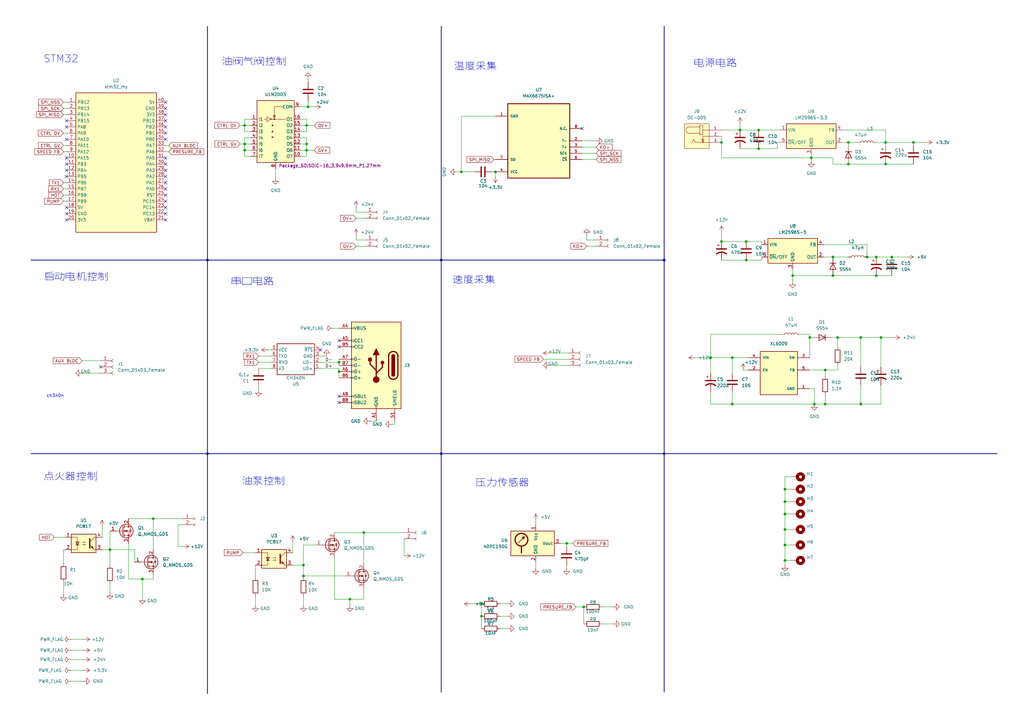
<source format=kicad_sch>
(kicad_sch (version 20230121) (generator eeschema)
  (paper "A3")
  (junction (at 232.41 222.885))
  (junction (at 332.105 138.43))
  (junction (at 291.465 146.685))
  (junction (at 332.74 64.77))
  (junction (at 197.485 247.65))
  (junction (at 306.07 99.06))
  (junction (at 139.065 148.59))
  (junction (at 295.91 99.06))
  (junction (at 180.975 186.055))
  (junction (at 341.63 113.03))
  (junction (at 45.085 225.425))
  (junction (at 347.98 67.31))
  (junction (at 334.01 165.735))
  (junction (at 321.945 229.87))
  (junction (at 295.91 58.42))
  (junction (at 180.975 106.68))
  (junction (at 149.225 218.44))
  (junction (at 343.535 138.43))
  (junction (at 125.73 61.595))
  (junction (at 143.51 245.745))
  (junction (at 363.22 58.42))
  (junction (at 355.6 105.41))
  (junction (at 321.945 217.17))
  (junction (at 300.355 165.735))
  (junction (at 85.09 186.055))
  (junction (at 338.455 165.735))
  (junction (at 100.33 51.435))
  (junction (at 321.945 205.74))
  (junction (at 303.53 53.34))
  (junction (at 125.73 51.435))
  (junction (at 139.065 152.4))
  (junction (at 363.22 67.31))
  (junction (at 124.46 231.775))
  (junction (at 124.46 236.22))
  (junction (at 311.15 60.96))
  (junction (at 197.485 252.73))
  (junction (at 85.09 106.68))
  (junction (at 100.33 61.595))
  (junction (at 58.42 237.49))
  (junction (at 353.06 165.735))
  (junction (at 239.395 248.92))
  (junction (at 189.23 70.485))
  (junction (at 300.355 146.685))
  (junction (at 321.945 210.82))
  (junction (at 203.2 70.485))
  (junction (at 374.65 58.42))
  (junction (at 272.415 106.68))
  (junction (at 125.73 59.055))
  (junction (at 353.06 138.43))
  (junction (at 126.365 43.815))
  (junction (at 62.865 212.725))
  (junction (at 321.945 200.66))
  (junction (at 347.98 58.42))
  (junction (at 365.76 105.41))
  (junction (at 361.315 138.43))
  (junction (at 311.15 53.34))
  (junction (at 359.41 113.03))
  (junction (at 359.41 105.41))
  (junction (at 341.63 105.41))
  (junction (at 306.07 106.68))
  (junction (at 321.945 223.52))
  (junction (at 100.33 59.055))
  (junction (at 272.415 186.055))
  (junction (at 325.12 113.03))
  (junction (at 338.455 151.765))
  (no_connect (at 67.945 49.53))
  (no_connect (at 139.065 139.7))
  (no_connect (at 67.945 69.85))
  (no_connect (at 67.945 54.61))
  (no_connect (at 67.945 64.77))
  (no_connect (at 27.305 64.77))
  (no_connect (at 139.065 142.24))
  (no_connect (at 139.065 165.1))
  (no_connect (at 27.305 85.09))
  (no_connect (at 67.945 77.47))
  (no_connect (at 27.305 72.39))
  (no_connect (at 67.945 90.17))
  (no_connect (at 67.945 85.09))
  (no_connect (at 238.76 52.705))
  (no_connect (at 27.305 90.17))
  (no_connect (at 67.945 74.93))
  (no_connect (at 131.445 143.51))
  (no_connect (at 67.945 72.39))
  (no_connect (at 27.305 69.85))
  (no_connect (at 139.065 162.56))
  (no_connect (at 67.945 87.63))
  (no_connect (at 41.275 150.495))
  (no_connect (at 27.305 57.15))
  (no_connect (at 27.305 49.53))
  (no_connect (at 67.945 41.91))
  (no_connect (at 67.945 46.99))
  (no_connect (at 67.945 82.55))
  (no_connect (at 27.305 87.63))
  (no_connect (at 67.945 52.07))
  (no_connect (at 27.305 52.07))
  (no_connect (at 67.945 57.15))
  (no_connect (at 27.305 67.31))
  (no_connect (at 67.945 67.31))
  (no_connect (at 67.945 80.01))
  (no_connect (at 67.945 44.45))
  (wire (pts (xy 100.33 64.135) (xy 102.87 64.135)))
  (wire (pts (xy 328.295 137.16) (xy 332.105 137.16)))
  (wire (pts (xy 33.655 153.035) (xy 41.275 153.035)))
  (wire (pts (xy 236.22 248.92) (xy 239.395 248.92)))
  (wire (pts (xy 146.05 96.52) (xy 146.05 98.425)))
  (wire (pts (xy 338.455 151.765) (xy 338.455 154.305)))
  (wire (pts (xy 347.98 58.42) (xy 347.98 59.69)))
  (wire (pts (xy 291.465 137.16) (xy 291.465 146.685)))
  (wire (pts (xy 332.74 63.5) (xy 332.74 64.77)))
  (wire (pts (xy 165.735 220.98) (xy 165.735 227.965)))
  (wire (pts (xy 291.465 146.685) (xy 291.465 153.035)))
  (wire (pts (xy 124.46 236.22) (xy 124.46 236.855)))
  (bus (pts (xy 180.975 106.68) (xy 272.415 106.68)))
  (wire (pts (xy 45.085 239.395) (xy 45.085 243.205)))
  (wire (pts (xy 203.2 70.485) (xy 203.2 72.39)))
  (wire (pts (xy 187.325 70.485) (xy 189.23 70.485)))
  (wire (pts (xy 341.63 105.41) (xy 347.98 105.41)))
  (wire (pts (xy 374.65 58.42) (xy 374.65 59.69)))
  (wire (pts (xy 201.93 70.485) (xy 203.2 70.485)))
  (wire (pts (xy 124.46 231.775) (xy 124.46 223.52)))
  (wire (pts (xy 104.775 244.475) (xy 104.775 248.285)))
  (wire (pts (xy 120.015 231.775) (xy 124.46 231.775)))
  (wire (pts (xy 321.945 231.775) (xy 321.945 229.87)))
  (wire (pts (xy 99.695 226.695) (xy 104.775 226.695)))
  (wire (pts (xy 197.485 252.73) (xy 197.485 257.81)))
  (wire (pts (xy 26.035 59.69) (xy 27.305 59.69)))
  (wire (pts (xy 291.465 137.16) (xy 320.675 137.16)))
  (wire (pts (xy 139.065 152.4) (xy 139.065 154.94)))
  (wire (pts (xy 154.305 172.72) (xy 151.765 172.72)))
  (wire (pts (xy 324.485 200.66) (xy 321.945 200.66)))
  (wire (pts (xy 29.21 270.51) (xy 34.29 270.51)))
  (wire (pts (xy 219.71 230.505) (xy 219.71 233.045)))
  (wire (pts (xy 149.225 218.44) (xy 165.735 218.44)))
  (wire (pts (xy 312.42 99.06) (xy 312.42 100.33)))
  (wire (pts (xy 111.125 143.51) (xy 109.855 143.51)))
  (wire (pts (xy 26.035 82.55) (xy 27.305 82.55)))
  (wire (pts (xy 324.485 195.58) (xy 321.945 195.58)))
  (wire (pts (xy 123.19 59.055) (xy 125.73 59.055)))
  (bus (pts (xy 85.09 10.795) (xy 85.09 106.68)))
  (wire (pts (xy 361.315 138.43) (xy 361.315 150.495)))
  (wire (pts (xy 125.73 61.595) (xy 125.73 64.135)))
  (wire (pts (xy 193.04 247.65) (xy 197.485 247.65)))
  (wire (pts (xy 325.12 110.49) (xy 325.12 113.03)))
  (wire (pts (xy 318.77 60.96) (xy 311.15 60.96)))
  (wire (pts (xy 161.925 173.99) (xy 160.655 173.99)))
  (wire (pts (xy 67.945 59.69) (xy 69.215 59.69)))
  (wire (pts (xy 62.865 235.585) (xy 62.865 237.49)))
  (wire (pts (xy 345.44 53.34) (xy 363.22 53.34)))
  (wire (pts (xy 100.33 61.595) (xy 100.33 64.135)))
  (wire (pts (xy 324.485 205.74) (xy 321.945 205.74)))
  (wire (pts (xy 136.525 134.62) (xy 139.065 134.62)))
  (wire (pts (xy 139.065 151.13) (xy 139.065 152.4)))
  (wire (pts (xy 361.315 158.115) (xy 361.315 165.735)))
  (wire (pts (xy 325.12 113.03) (xy 341.63 113.03)))
  (wire (pts (xy 113.03 69.215) (xy 113.03 73.025)))
  (wire (pts (xy 300.355 146.685) (xy 300.355 153.035)))
  (wire (pts (xy 27.305 44.45) (xy 26.035 44.45)))
  (wire (pts (xy 205.105 257.81) (xy 208.28 257.81)))
  (bus (pts (xy 12.7 106.68) (xy 85.09 106.68)))
  (bus (pts (xy 180.975 10.795) (xy 180.975 106.68)))
  (wire (pts (xy 125.73 56.515) (xy 125.73 59.055)))
  (wire (pts (xy 74.93 224.155) (xy 73.025 224.155)))
  (wire (pts (xy 189.23 70.485) (xy 194.31 70.485)))
  (wire (pts (xy 41.91 225.425) (xy 45.085 225.425)))
  (wire (pts (xy 229.87 222.885) (xy 232.41 222.885)))
  (wire (pts (xy 347.98 58.42) (xy 351.79 58.42)))
  (wire (pts (xy 73.025 224.155) (xy 73.025 215.265)))
  (wire (pts (xy 247.015 248.92) (xy 251.46 248.92)))
  (wire (pts (xy 106.045 146.05) (xy 111.125 146.05)))
  (bus (pts (xy 272.415 186.055) (xy 272.415 283.845)))
  (wire (pts (xy 124.46 223.52) (xy 129.54 223.52)))
  (wire (pts (xy 29.21 279.4) (xy 34.29 279.4)))
  (wire (pts (xy 106.045 148.59) (xy 111.125 148.59)))
  (wire (pts (xy 332.74 64.77) (xy 332.74 66.04)))
  (wire (pts (xy 26.035 46.99) (xy 27.305 46.99)))
  (wire (pts (xy 102.87 48.895) (xy 100.33 48.895)))
  (wire (pts (xy 334.01 165.735) (xy 300.355 165.735)))
  (wire (pts (xy 320.04 58.42) (xy 318.77 58.42)))
  (wire (pts (xy 306.07 99.06) (xy 312.42 99.06)))
  (wire (pts (xy 106.045 160.02) (xy 106.045 158.75)))
  (wire (pts (xy 146.05 98.425) (xy 149.86 98.425)))
  (wire (pts (xy 100.33 56.515) (xy 100.33 59.055)))
  (wire (pts (xy 125.73 59.055) (xy 125.73 61.595)))
  (wire (pts (xy 355.6 105.41) (xy 355.6 100.33)))
  (wire (pts (xy 125.73 51.435) (xy 128.905 51.435)))
  (wire (pts (xy 295.91 95.25) (xy 295.91 99.06)))
  (wire (pts (xy 343.535 149.86) (xy 343.535 151.765)))
  (wire (pts (xy 131.445 148.59) (xy 139.065 148.59)))
  (wire (pts (xy 58.42 237.49) (xy 52.705 237.49)))
  (wire (pts (xy 62.865 212.725) (xy 74.93 212.725)))
  (wire (pts (xy 73.025 215.265) (xy 74.93 215.265)))
  (wire (pts (xy 100.33 59.055) (xy 102.87 59.055)))
  (wire (pts (xy 321.945 217.17) (xy 321.945 210.82)))
  (wire (pts (xy 355.6 105.41) (xy 359.41 105.41)))
  (bus (pts (xy 180.975 186.055) (xy 272.415 186.055)))
  (wire (pts (xy 123.19 56.515) (xy 125.73 56.515)))
  (wire (pts (xy 137.16 218.44) (xy 149.225 218.44)))
  (wire (pts (xy 240.665 100.965) (xy 244.475 100.965)))
  (wire (pts (xy 146.05 100.965) (xy 149.86 100.965)))
  (wire (pts (xy 33.655 147.955) (xy 41.275 147.955)))
  (wire (pts (xy 98.425 51.435) (xy 100.33 51.435)))
  (wire (pts (xy 100.33 48.895) (xy 100.33 51.435)))
  (wire (pts (xy 238.76 65.405) (xy 244.475 65.405)))
  (wire (pts (xy 363.22 58.42) (xy 374.65 58.42)))
  (wire (pts (xy 324.485 223.52) (xy 321.945 223.52)))
  (bus (pts (xy 272.415 106.68) (xy 272.415 186.055)))
  (wire (pts (xy 361.315 165.735) (xy 353.06 165.735)))
  (wire (pts (xy 123.19 53.975) (xy 125.73 53.975)))
  (wire (pts (xy 133.985 146.05) (xy 131.445 146.05)))
  (wire (pts (xy 161.925 172.72) (xy 161.925 173.99)))
  (wire (pts (xy 318.77 58.42) (xy 318.77 60.96)))
  (wire (pts (xy 26.035 62.23) (xy 27.305 62.23)))
  (wire (pts (xy 219.71 213.36) (xy 219.71 215.265)))
  (wire (pts (xy 365.76 105.41) (xy 372.11 105.41)))
  (wire (pts (xy 239.395 248.92) (xy 239.395 255.905)))
  (wire (pts (xy 291.465 160.655) (xy 291.465 165.735)))
  (wire (pts (xy 26.035 80.01) (xy 27.305 80.01)))
  (wire (pts (xy 285.115 146.685) (xy 291.465 146.685)))
  (wire (pts (xy 332.105 138.43) (xy 332.105 146.685)))
  (wire (pts (xy 111.125 151.13) (xy 106.045 151.13)))
  (wire (pts (xy 62.865 212.725) (xy 62.865 225.425)))
  (wire (pts (xy 345.44 58.42) (xy 347.98 58.42)))
  (wire (pts (xy 125.73 48.895) (xy 125.73 51.435)))
  (wire (pts (xy 102.87 56.515) (xy 100.33 56.515)))
  (wire (pts (xy 100.33 59.055) (xy 100.33 61.595)))
  (wire (pts (xy 332.105 137.16) (xy 332.105 138.43)))
  (wire (pts (xy 149.225 218.44) (xy 149.225 231.14)))
  (wire (pts (xy 120.015 222.25) (xy 120.015 226.695)))
  (wire (pts (xy 295.91 99.06) (xy 306.07 99.06)))
  (wire (pts (xy 291.465 165.735) (xy 300.355 165.735)))
  (wire (pts (xy 27.305 41.91) (xy 26.035 41.91)))
  (wire (pts (xy 306.705 151.765) (xy 304.8 151.765)))
  (wire (pts (xy 52.705 212.725) (xy 62.865 212.725)))
  (wire (pts (xy 124.46 244.475) (xy 124.46 248.285)))
  (wire (pts (xy 341.63 67.31) (xy 341.63 64.77)))
  (wire (pts (xy 41.91 215.9) (xy 41.91 220.345)))
  (wire (pts (xy 205.105 252.73) (xy 208.28 252.73)))
  (wire (pts (xy 124.46 236.22) (xy 141.605 236.22)))
  (bus (pts (xy 180.975 106.68) (xy 180.975 186.055)))
  (wire (pts (xy 52.705 237.49) (xy 52.705 222.885)))
  (wire (pts (xy 303.53 50.8) (xy 303.53 53.34)))
  (wire (pts (xy 26.035 225.425) (xy 26.035 231.14)))
  (wire (pts (xy 124.46 231.775) (xy 124.46 236.22)))
  (wire (pts (xy 363.22 53.34) (xy 363.22 58.42)))
  (wire (pts (xy 338.455 151.765) (xy 343.535 151.765)))
  (wire (pts (xy 26.035 54.61) (xy 27.305 54.61)))
  (wire (pts (xy 100.33 51.435) (xy 100.33 53.975)))
  (wire (pts (xy 338.455 161.925) (xy 338.455 165.735)))
  (wire (pts (xy 238.76 57.785) (xy 244.475 57.785)))
  (bus (pts (xy 180.975 186.055) (xy 180.975 283.845)))
  (wire (pts (xy 337.82 105.41) (xy 341.63 105.41)))
  (wire (pts (xy 341.63 64.77) (xy 332.74 64.77)))
  (wire (pts (xy 343.535 138.43) (xy 353.06 138.43)))
  (wire (pts (xy 146.05 85.09) (xy 146.05 86.995)))
  (wire (pts (xy 324.485 229.87) (xy 321.945 229.87)))
  (wire (pts (xy 225.425 144.78) (xy 233.045 144.78)))
  (wire (pts (xy 58.42 237.49) (xy 62.865 237.49)))
  (wire (pts (xy 359.41 113.03) (xy 365.76 113.03)))
  (wire (pts (xy 146.05 89.535) (xy 149.86 89.535)))
  (wire (pts (xy 55.245 225.425) (xy 55.245 230.505)))
  (wire (pts (xy 123.19 48.895) (xy 125.73 48.895)))
  (wire (pts (xy 126.365 43.815) (xy 123.19 43.815)))
  (wire (pts (xy 332.105 159.385) (xy 334.01 159.385)))
  (wire (pts (xy 189.23 47.625) (xy 189.23 70.485)))
  (wire (pts (xy 125.73 61.595) (xy 128.905 61.595)))
  (wire (pts (xy 58.42 237.49) (xy 58.42 245.11)))
  (wire (pts (xy 146.05 86.995) (xy 149.86 86.995)))
  (wire (pts (xy 338.455 165.735) (xy 334.01 165.735)))
  (wire (pts (xy 374.65 58.42) (xy 379.73 58.42)))
  (wire (pts (xy 45.085 217.805) (xy 45.085 225.425)))
  (wire (pts (xy 202.565 65.405) (xy 203.2 65.405)))
  (wire (pts (xy 303.53 53.34) (xy 311.15 53.34)))
  (wire (pts (xy 359.41 58.42) (xy 363.22 58.42)))
  (wire (pts (xy 332.105 151.765) (xy 338.455 151.765)))
  (wire (pts (xy 300.355 146.685) (xy 306.705 146.685)))
  (wire (pts (xy 34.29 262.255) (xy 29.21 262.255)))
  (wire (pts (xy 295.91 64.77) (xy 332.74 64.77)))
  (wire (pts (xy 363.22 67.31) (xy 347.98 67.31)))
  (wire (pts (xy 123.19 51.435) (xy 125.73 51.435)))
  (wire (pts (xy 300.355 160.655) (xy 300.355 165.735)))
  (wire (pts (xy 325.12 115.57) (xy 325.12 113.03)))
  (wire (pts (xy 123.19 61.595) (xy 125.73 61.595)))
  (wire (pts (xy 139.065 147.32) (xy 139.065 148.59)))
  (wire (pts (xy 232.41 222.885) (xy 234.95 222.885)))
  (wire (pts (xy 353.06 158.115) (xy 353.06 165.735)))
  (wire (pts (xy 131.445 151.13) (xy 139.065 151.13)))
  (wire (pts (xy 100.33 51.435) (xy 102.87 51.435)))
  (wire (pts (xy 26.035 74.93) (xy 27.305 74.93)))
  (wire (pts (xy 295.91 58.42) (xy 295.91 64.77)))
  (wire (pts (xy 149.225 245.745) (xy 143.51 245.745)))
  (wire (pts (xy 29.21 274.955) (xy 34.29 274.955)))
  (wire (pts (xy 347.98 67.31) (xy 341.63 67.31)))
  (wire (pts (xy 240.665 96.52) (xy 240.665 98.425)))
  (wire (pts (xy 139.065 148.59) (xy 139.065 149.86)))
  (wire (pts (xy 143.51 245.745) (xy 137.16 245.745)))
  (wire (pts (xy 353.06 138.43) (xy 361.315 138.43)))
  (wire (pts (xy 45.085 225.425) (xy 45.085 231.775)))
  (wire (pts (xy 45.085 225.425) (xy 55.245 225.425)))
  (wire (pts (xy 205.105 247.65) (xy 208.28 247.65)))
  (wire (pts (xy 353.06 138.43) (xy 353.06 150.495)))
  (wire (pts (xy 126.365 43.815) (xy 128.905 43.815)))
  (wire (pts (xy 22.225 220.345) (xy 26.67 220.345)))
  (wire (pts (xy 232.41 231.775) (xy 232.41 233.045)))
  (wire (pts (xy 359.41 105.41) (xy 365.76 105.41)))
  (wire (pts (xy 137.16 245.745) (xy 137.16 228.6)))
  (wire (pts (xy 312.42 106.68) (xy 312.42 105.41)))
  (wire (pts (xy 321.945 229.87) (xy 321.945 223.52)))
  (wire (pts (xy 233.045 147.32) (xy 222.885 147.32)))
  (wire (pts (xy 26.035 225.425) (xy 26.67 225.425)))
  (wire (pts (xy 321.945 195.58) (xy 321.945 200.66)))
  (wire (pts (xy 100.33 61.595) (xy 102.87 61.595)))
  (wire (pts (xy 341.63 113.03) (xy 359.41 113.03)))
  (wire (pts (xy 225.425 149.86) (xy 233.045 149.86)))
  (wire (pts (xy 240.665 98.425) (xy 244.475 98.425)))
  (bus (pts (xy 272.415 10.795) (xy 272.415 106.68)))
  (bus (pts (xy 272.415 186.055) (xy 408.94 186.055)))
  (wire (pts (xy 337.82 100.33) (xy 355.6 100.33)))
  (wire (pts (xy 295.91 106.68) (xy 306.07 106.68)))
  (wire (pts (xy 324.485 217.17) (xy 321.945 217.17)))
  (wire (pts (xy 295.91 55.88) (xy 295.91 58.42)))
  (bus (pts (xy 85.09 186.055) (xy 85.09 284.48)))
  (wire (pts (xy 321.945 223.52) (xy 321.945 217.17)))
  (wire (pts (xy 26.035 77.47) (xy 27.305 77.47)))
  (wire (pts (xy 100.33 53.975) (xy 102.87 53.975)))
  (wire (pts (xy 149.225 241.3) (xy 149.225 245.745)))
  (wire (pts (xy 340.995 138.43) (xy 343.535 138.43)))
  (bus (pts (xy 12.7 186.055) (xy 85.09 186.055)))
  (wire (pts (xy 123.19 64.135) (xy 125.73 64.135)))
  (wire (pts (xy 303.53 60.96) (xy 311.15 60.96)))
  (wire (pts (xy 247.015 255.905) (xy 251.46 255.905)))
  (wire (pts (xy 361.315 138.43) (xy 366.395 138.43)))
  (wire (pts (xy 291.465 146.685) (xy 300.355 146.685)))
  (wire (pts (xy 334.01 159.385) (xy 334.01 165.735)))
  (wire (pts (xy 125.73 51.435) (xy 125.73 53.975)))
  (wire (pts (xy 29.21 266.7) (xy 34.29 266.7)))
  (bus (pts (xy 85.09 106.68) (xy 85.09 186.055)))
  (wire (pts (xy 67.945 62.23) (xy 69.215 62.23)))
  (wire (pts (xy 311.15 53.34) (xy 320.04 53.34)))
  (wire (pts (xy 232.41 222.885) (xy 232.41 224.155)))
  (wire (pts (xy 26.035 238.76) (xy 26.035 243.84)))
  (wire (pts (xy 343.535 138.43) (xy 343.535 142.24)))
  (wire (pts (xy 126.365 41.275) (xy 126.365 43.815)))
  (bus (pts (xy 85.09 186.055) (xy 180.975 186.055)))
  (wire (pts (xy 126.365 32.385) (xy 126.365 33.655)))
  (wire (pts (xy 98.425 59.055) (xy 100.33 59.055)))
  (wire (pts (xy 306.07 106.68) (xy 312.42 106.68)))
  (wire (pts (xy 332.105 138.43) (xy 333.375 138.43)))
  (wire (pts (xy 321.945 210.82) (xy 324.485 210.82)))
  (wire (pts (xy 321.945 205.74) (xy 321.945 210.82)))
  (wire (pts (xy 143.51 245.745) (xy 143.51 248.285)))
  (wire (pts (xy 197.485 247.65) (xy 197.485 252.73)))
  (wire (pts (xy 189.23 47.625) (xy 203.2 47.625)))
  (wire (pts (xy 295.91 53.34) (xy 303.53 53.34)))
  (bus (pts (xy 85.09 106.68) (xy 180.975 106.68)))
  (wire (pts (xy 363.22 58.42) (xy 363.22 59.69)))
  (wire (pts (xy 374.65 67.31) (xy 363.22 67.31)))
  (wire (pts (xy 321.945 200.66) (xy 321.945 205.74)))
  (wire (pts (xy 104.775 231.775) (xy 104.775 236.855)))
  (wire (pts (xy 238.76 60.325) (xy 244.475 60.325)))
  (wire (pts (xy 353.06 165.735) (xy 338.455 165.735)))
  (wire (pts (xy 238.76 62.865) (xy 244.475 62.865)))
  (text "串口电路" (at 94.615 117.475 0) (effects (font (size 3 3)) (justify left bottom)))
  (text "电源电路" (at 284.48 27.94 0) (effects (font (size 3 3)) (justify left bottom)))
  (text "启动电机控制" (at 17.78 115.57 0) (effects (font (size 3 3)) (justify left bottom)))
  (text "油阀气阀控制" (at 90.805 27.305 0) (effects (font (size 3 3)) (justify left bottom)))
  (text "点火器控制" (at 17.78 197.485 0) (effects (font (size 3 3)) (justify left bottom)))
  (text "压力传感器" (at 194.945 200.025 0) (effects (font (size 3 3)) (justify left bottom)))
  (text "STM32" (at 17.78 26.035 0) (effects (font (size 3 3)) (justify left bottom)))
  (text "油泵控制" (at 99.06 199.39 0) (effects (font (size 3 3)) (justify left bottom)))
  (text "温度采集" (at 186.055 29.21 0) (effects (font (size 3 3)) (justify left bottom)))
  (text "速度采集" (at 185.42 116.84 0) (effects (font (size 3 3)) (justify left bottom)))
  (text "ch340n\n" (at 19.05 163.195 0) (effects (font (size 1.27 1.27)) (justify left bottom)))
  (label "D+" (at 133.35 151.13 0))
  (label "D-" (at 133.35 148.59 0))
  (global_label "CTRL GV" (shape input) (at 98.425 59.055 180) (property "Intersheetrefs" "${INTERSHEET_REFS}" (effects hide)))
  (global_label "OV+" (shape input) (at 146.05 89.535 180) (property "Intersheetrefs" "${INTERSHEET_REFS}" (effects hide)))
  (global_label "RX1" (shape input) (at 26.035 77.47 180) (property "Intersheetrefs" "${INTERSHEET_REFS}" (effects hide)))
  (global_label "RX1" (shape input) (at 106.045 146.05 180) (property "Intersheetrefs" "${INTERSHEET_REFS}" (effects hide)))
  (global_label "GV+" (shape input) (at 146.05 100.965 180) (property "Intersheetrefs" "${INTERSHEET_REFS}" (effects hide)))
  (global_label "OV+" (shape input) (at 128.905 51.435 0) (property "Intersheetrefs" "${INTERSHEET_REFS}" (effects hide)))
  (global_label "AUX BLDC" (shape input) (at 69.215 59.69 0) (property "Intersheetrefs" "${INTERSHEET_REFS}" (effects hide)))
  (global_label "KO+" (shape input) (at 240.665 100.965 180) (property "Intersheetrefs" "${INTERSHEET_REFS}" (effects hide)))
  (global_label "HOT" (shape input) (at 26.035 80.01 180) (property "Intersheetrefs" "${INTERSHEET_REFS}" (effects hide)))
  (global_label "SPI_SCK" (shape input) (at 26.035 44.45 180) (property "Intersheetrefs" "${INTERSHEET_REFS}" (effects hide)))
  (global_label "KO+" (shape input) (at 244.475 60.325 0) (property "Intersheetrefs" "${INTERSHEET_REFS}" (effects hide)))
  (global_label "CTRL OV" (shape input) (at 26.035 54.61 180) (property "Intersheetrefs" "${INTERSHEET_REFS}" (effects hide)))
  (global_label "CTRL OV" (shape input) (at 98.425 51.435 180) (property "Intersheetrefs" "${INTERSHEET_REFS}" (effects hide)))
  (global_label "PRESURE_FB" (shape input) (at 236.22 248.92 180) (property "Intersheetrefs" "${INTERSHEET_REFS}" (effects hide)))
  (global_label "SPI_MISO" (shape input) (at 26.035 46.99 180) (property "Intersheetrefs" "${INTERSHEET_REFS}" (effects hide)))
  (global_label "SPI_SCK" (shape input) (at 244.475 62.865 0) (property "Intersheetrefs" "${INTERSHEET_REFS}" (effects hide)))
  (global_label "HOT" (shape input) (at 22.225 220.345 180) (property "Intersheetrefs" "${INTERSHEET_REFS}" (effects hide)))
  (global_label "TX1" (shape input) (at 106.045 148.59 180) (property "Intersheetrefs" "${INTERSHEET_REFS}" (effects hide)))
  (global_label "SPI_NSS" (shape input) (at 244.475 65.405 0) (property "Intersheetrefs" "${INTERSHEET_REFS}" (effects hide)))
  (global_label "PRESURE_FB" (shape input) (at 69.215 62.23 0) (property "Intersheetrefs" "${INTERSHEET_REFS}" (effects hide)))
  (global_label "SPI_MISO" (shape input) (at 202.565 65.405 180) (property "Intersheetrefs" "${INTERSHEET_REFS}" (effects hide)))
  (global_label "SPEED FB" (shape input) (at 222.885 147.32 180) (property "Intersheetrefs" "${INTERSHEET_REFS}" (effects hide)))
  (global_label "SPI_NSS" (shape input) (at 26.035 41.91 180) (property "Intersheetrefs" "${INTERSHEET_REFS}" (effects hide)))
  (global_label "CTRL GV" (shape input) (at 26.035 59.69 180) (property "Intersheetrefs" "${INTERSHEET_REFS}" (effects hide)))
  (global_label "SPEED FB" (shape input) (at 26.035 62.23 180) (property "Intersheetrefs" "${INTERSHEET_REFS}" (effects hide)))
  (global_label "AUX BLDC" (shape input) (at 33.655 147.955 180) (property "Intersheetrefs" "${INTERSHEET_REFS}" (effects hide)))
  (global_label "PRESURE_FB" (shape input) (at 234.95 222.885 0) (property "Intersheetrefs" "${INTERSHEET_REFS}" (effects hide)))
  (global_label "GV+" (shape input) (at 128.905 61.595 0) (property "Intersheetrefs" "${INTERSHEET_REFS}" (effects hide)))
  (global_label "PUMP" (shape input) (at 26.035 82.55 180) (property "Intersheetrefs" "${INTERSHEET_REFS}" (effects hide)))
  (global_label "PUMP" (shape input) (at 99.695 226.695 180) (property "Intersheetrefs" "${INTERSHEET_REFS}" (effects hide)))
  (global_label "TX1" (shape input) (at 26.035 74.93 180) (property "Intersheetrefs" "${INTERSHEET_REFS}" (effects hide)))
  (symbol (lib_id "power:GND") (at 33.655 153.035 270) (unit 1)
    (property "Reference" "#PWR02" (effects hide))
    (property "Value" "GND" (at 33.02 152.4 90) (effects (justify left)))
  )
  (symbol (lib_id "power:+12V") (at 285.115 146.685 90) (unit 1)
    (property "Reference" "#PWR042" (effects hide))
    (property "Value" "+12V" (at 286.385 146.6849 90) (effects (justify right)))
  )
  (symbol (lib_id "Connector:Conn_01x03_Female") (at 238.125 147.32 0) (unit 1)
    (property "Reference" "J7" (at 240.03 146.0499 0) (effects (justify left)))
    (property "Value" "Conn_01x03_Female" (at 240.03 148.5899 0) (effects (justify left)))
    (property "Footprint" "Connector_JST:JST_EH_B3B-EH-A_1x03_P2.50mm_Vertical" (effects hide))
  )
  (symbol (lib_id "Device:D") (at 337.185 138.43 180) (unit 1)
    (property "Reference" "D1" (at 337.185 132.08 0))
    (property "Value" "SS54" (at 337.185 134.62 0))
    (property "Footprint" "Diode_SMD:D_0805_2012Metric_Pad1.15x1.40mm_HandSolder" (effects hide))
  )
  (symbol (lib_id "MAX6675ISA_:MAX6675ISA+") (at 220.98 57.785 180) (unit 1)
    (property "Reference" "U7" (at 220.98 36.83 0))
    (property "Value" "MAX6675ISA+" (at 220.98 39.37 0))
    (property "Footprint" "MAX6675ISA_:SOIC127P600X175-8N" (effects hide))
  )
  (symbol (lib_id "power:GND") (at 251.46 248.92 90) (unit 1)
    (property "Reference" "#PWR040" (effects hide))
    (property "Value" "GND" (at 255.8099 248.9199 90) (effects (justify right)))
  )
  (symbol (lib_id "power:+12V") (at 165.735 227.965 270) (unit 1)
    (property "Reference" "#PWR026" (effects hide))
    (property "Value" "+12V" (at 168.91 227.9649 90) (effects (justify left)))
  )
  (symbol (lib_id "power:+12V") (at 225.425 144.78 90) (unit 1)
    (property "Reference" "#PWR035" (effects hide))
    (property "Value" "+12V" (at 224.79 144.145 90) (effects (justify right)))
  )
  (symbol (lib_id "power:+24V") (at 34.29 270.51 270) (unit 1)
    (property "Reference" "#PWR05" (effects hide))
    (property "Value" "+24V" (at 38.1 270.5099 90) (effects (justify left)))
  )
  (symbol (lib_id "power:GND") (at 126.365 32.385 180) (unit 1)
    (property "Reference" "#PWR018" (effects hide))
    (property "Value" "GND" (at 126.365 27.305 0))
  )
  (symbol (lib_id "power:GND") (at 151.765 172.72 270) (unit 1)
    (property "Reference" "#PWR024" (effects hide))
    (property "Value" "GND" (at 147.955 172.7201 90) (effects (justify right)))
  )
  (symbol (lib_id "power:GND") (at 133.985 146.05 180) (unit 1)
    (property "Reference" "#PWR020" (effects hide))
    (property "Value" "GND" (at 133.985 140.97 0))
  )
  (symbol (lib_id "Device:C") (at 232.41 227.965 180) (unit 1)
    (property "Reference" "C4" (at 235.585 226.6949 0) (effects (justify right)))
    (property "Value" "470pF" (at 235.585 229.2349 0) (effects (justify right)))
    (property "Footprint" "Capacitor_SMD:C_0805_2012Metric_Pad1.18x1.45mm_HandSolder" (effects hide))
  )
  (symbol (lib_id "power:+3.3V") (at 379.73 58.42 270) (unit 1)
    (property "Reference" "#PWR052" (effects hide))
    (property "Value" "+3.3V" (at 383.54 58.4199 90) (effects (justify left)))
  )
  (symbol (lib_id "Connector:Conn_01x02_Female") (at 249.555 98.425 0) (unit 1)
    (property "Reference" "J8" (at 251.46 98.4249 0) (effects (justify left)))
    (property "Value" "Conn_01x02_Female" (at 251.46 100.9649 0) (effects (justify left)))
    (property "Footprint" "Connector_JST:JST_EH_B2B-EH-A_1x02_P2.50mm_Vertical" (effects hide))
  )
  (symbol (lib_id "power:+3.3V") (at 34.29 274.955 270) (unit 1)
    (property "Reference" "#PWR06" (effects hide))
    (property "Value" "+3.3V" (at 38.1 274.9549 90) (effects (justify left)))
  )
  (symbol (lib_id "Device:R") (at 104.775 240.665 0) (unit 1)
    (property "Reference" "R3" (at 107.315 239.3949 0) (effects (justify left)))
    (property "Value" "10K" (at 107.315 241.9349 0) (effects (justify left)))
    (property "Footprint" "ERJ-6GEYJ222V:RESC2012X70N" (effects hide))
  )
  (symbol (lib_id "power:GND") (at 34.29 279.4 90) (unit 1)
    (property "Reference" "#PWR07" (effects hide))
    (property "Value" "GND" (at 38.1 279.3999 90) (effects (justify right)))
  )
  (symbol (lib_id "Device:R") (at 201.295 252.73 90) (unit 1)
    (property "Reference" "R6" (at 201.295 250.825 90))
    (property "Value" "100nF" (at 201.295 254.635 90))
    (property "Footprint" "ERJ-6GEYJ222V:RESC2012X70N" (effects hide))
  )
  (symbol (lib_id "Device:D") (at 347.98 63.5 270) (unit 1)
    (property "Reference" "D3" (at 350.52 62.2299 90) (effects (justify left)))
    (property "Value" "SS54" (at 350.52 64.7699 90) (effects (justify left)))
    (property "Footprint" "Diode_SMD:D_0805_2012Metric_Pad1.15x1.40mm_HandSolder" (effects hide))
  )
  (symbol (lib_id "Device:C") (at 306.07 102.87 0) (unit 1)
    (property "Reference" "C9" (at 309.88 101.5999 0) (effects (justify left)))
    (property "Value" "104" (at 309.88 104.1399 0) (effects (justify left)))
    (property "Footprint" "Capacitor_SMD:C_0805_2012Metric_Pad1.18x1.45mm_HandSolder" (effects hide))
  )
  (symbol (lib_id "Device:C_Polarized_US") (at 295.91 102.87 0) (unit 1)
    (property "Reference" "C6" (at 299.72 100.9649 0) (effects (justify left)))
    (property "Value" "470u" (at 299.72 103.5049 0) (effects (justify left)))
    (property "Footprint" "EEEFK1V331AP:CAP_EEEFK1V331AP" (effects hide))
  )
  (symbol (lib_id "power:+3.3V") (at 109.855 143.51 90) (unit 1)
    (property "Reference" "#PWR014" (effects hide))
    (property "Value" "+3.3V" (at 106.045 143.5101 90) (effects (justify left)))
  )
  (symbol (lib_id "power:+12V") (at 34.29 262.255 270) (unit 1)
    (property "Reference" "#PWR03" (effects hide))
    (property "Value" "+12V" (at 37.465 262.2549 90) (effects (justify left)))
  )
  (symbol (lib_id "power:PWR_FLAG") (at 29.21 262.255 90) (unit 1)
    (property "Reference" "#FLG01" (effects hide))
    (property "Value" "PWR_FLAG" (at 26.035 262.2549 90) (effects (justify left)))
  )
  (symbol (lib_id "Device:R") (at 243.205 248.92 90) (unit 1)
    (property "Reference" "R8" (at 243.205 247.015 90))
    (property "Value" "100nF" (at 243.205 250.825 90))
    (property "Footprint" "ERJ-6GEYJ222V:RESC2012X70N" (effects hide))
  )
  (symbol (lib_id "power:GND") (at 187.325 70.485 270) (unit 1)
    (property "Reference" "#PWR027" (effects hide))
    (property "Value" "GND" (at 182.245 70.485 0))
  )
  (symbol (lib_id "Device:C_Polarized_US") (at 363.22 63.5 0) (unit 1)
    (property "Reference" "C14" (at 367.03 61.5949 0) (effects (justify left)))
    (property "Value" "220u" (at 367.03 63.5 0) (effects (justify left)))
    (property "Footprint" "EEEFK1V331AP:CAP_EEEFK1V331AP" (effects hide))
  )
  (symbol (lib_id "Device:Q_NMOS_GDS") (at 60.325 230.505 0) (unit 1)
    (property "Reference" "Q2" (at 66.675 229.2349 0) (effects (justify left)))
    (property "Value" "Q_NMOS_GDS" (at 66.675 231.7749 0) (effects (justify left)))
    (property "Footprint" "Package_TO_SOT_SMD:ATPAK-2" (effects hide))
  )
  (symbol (lib_id "Device:R") (at 201.295 247.65 90) (unit 1)
    (property "Reference" "R5" (at 201.295 245.745 90))
    (property "Value" "1uF" (at 201.295 249.555 90))
    (property "Footprint" "ERJ-6GEYJ222V:RESC2012X70N" (effects hide))
  )
  (symbol (lib_id "Mechanical:MountingHole_Pad") (at 327.025 210.82 270) (unit 1)
    (property "Reference" "H4" (at 330.835 209.55 90) (effects (justify left)))
    (property "Value" "MountingHole_Pad" (effects hide))
    (property "Footprint" "MountingHole:MountingHole_4.3mm_M4_Pad_Via" (effects hide))
  )
  (symbol (lib_id "Sensor_Pressure:40PC150G") (at 219.71 222.885 0) (unit 1)
    (property "Reference" "U6" (at 208.28 221.6149 0) (effects (justify right)))
    (property "Value" "40PC150G" (at 208.28 224.1549 0) (effects (justify right)))
    (property "Footprint" "my_footprintlib:40pc150g" (effects hide))
    (property "Datasheet" "http://www.honeywellscportal.com//index.php?ci_id=138832" (effects hide))
  )
  (symbol (lib_id "Device:C_Polarized_US") (at 303.53 57.15 0) (unit 1)
    (property "Reference" "C8" (at 307.34 55.2449 0) (effects (justify left)))
    (property "Value" "470u" (at 307.34 57.7849 0) (effects (justify left)))
    (property "Footprint" "EEEFK1V331AP:CAP_EEEFK1V331AP" (effects hide))
  )
  (symbol (lib_id "Mechanical:MountingHole_Pad") (at 327.025 223.52 270) (unit 1)
    (property "Reference" "H6" (at 330.835 222.25 90) (effects (justify left)))
    (property "Value" "MountingHole_Pad" (effects hide))
    (property "Footprint" "MountingHole:MountingHole_4.3mm_M4_Pad_Via" (effects hide))
  )
  (symbol (lib_id "Device:C_Polarized_US") (at 359.41 109.22 0) (unit 1)
    (property "Reference" "C12" (at 363.22 107.3149 0) (effects (justify left)))
    (property "Value" "220u" (at 363.22 109.8549 0) (effects (justify left)))
    (property "Footprint" "EEEFK1V331AP:CAP_EEEFK1V331AP" (effects hide))
  )
  (symbol (lib_id "power:+24V") (at 146.05 85.09 0) (unit 1)
    (property "Reference" "#PWR022" (effects hide))
    (property "Value" "+24V" (at 147.955 83.8199 0) (effects (justify left)))
  )
  (symbol (lib_id "power:PWR_FLAG") (at 29.21 270.51 90) (unit 1)
    (property "Reference" "#FLG03" (effects hide))
    (property "Value" "PWR_FLAG" (at 26.035 270.5099 90) (effects (justify left)))
  )
  (symbol (lib_id "Device:C") (at 126.365 37.465 0) (unit 1)
    (property "Reference" "C2" (at 130.175 36.1949 0) (effects (justify left)))
    (property "Value" "104" (at 130.175 38.7349 0) (effects (justify left)))
    (property "Footprint" "Capacitor_SMD:C_0805_2012Metric_Pad1.18x1.45mm_HandSolder" (effects hide))
  )
  (symbol (lib_id "Device:L") (at 351.79 105.41 90) (unit 1)
    (property "Reference" "L2" (at 349.25 99.06 90))
    (property "Value" "47uH" (at 351.79 101.6 90))
    (property "Footprint" "CDRH127_LDNP-470MC:IND_CDRH127_LDNP-470MC_SUM" (effects hide))
  )
  (symbol (lib_id "Device:R") (at 201.295 257.81 90) (unit 1)
    (property "Reference" "R7" (at 201.295 255.905 90))
    (property "Value" "10nF" (at 201.295 259.715 90))
    (property "Footprint" "ERJ-6GEYJ222V:RESC2012X70N" (effects hide))
  )
  (symbol (lib_id "Device:C") (at 353.06 154.305 180) (unit 1)
    (property "Reference" "C11" (at 356.87 153.0349 0) (effects (justify right)))
    (property "Value" "105" (at 356.87 155.575 0) (effects (justify right)))
    (property "Footprint" "Capacitor_SMD:C_0805_2012Metric_Pad1.18x1.45mm_HandSolder" (effects hide))
  )
  (symbol (lib_id "power:+5V") (at 120.015 222.25 0) (unit 1)
    (property "Reference" "#PWR016" (effects hide))
    (property "Value" "+5V" (at 122.555 220.9799 0) (effects (justify left)))
  )
  (symbol (lib_id "Device:R") (at 338.455 158.115 0) (unit 1)
    (property "Reference" "R10" (at 340.995 156.8449 0) (effects (justify left)))
    (property "Value" "1.1K" (at 340.995 159.3849 0) (effects (justify left)))
    (property "Footprint" "ERJ-6GEYJ222V:RESC2012X70N" (effects hide))
  )
  (symbol (lib_id "power:+5V") (at 219.71 213.36 0) (unit 1)
    (property "Reference" "#PWR033" (effects hide))
    (property "Value" "+5V" (at 221.615 212.0899 0) (effects (justify left)))
  )
  (symbol (lib_id "Device:D") (at 341.63 109.22 270) (unit 1)
    (property "Reference" "D2" (at 344.17 107.9499 90) (effects (justify left)))
    (property "Value" "SS54" (at 344.17 110.4899 90) (effects (justify left)))
    (property "Footprint" "Diode_SMD:D_0805_2012Metric_Pad1.15x1.40mm_HandSolder" (effects hide))
  )
  (symbol (lib_id "power:GND") (at 58.42 245.11 0) (unit 1)
    (property "Reference" "#PWR010" (effects hide))
    (property "Value" "GND" (at 60.325 246.3799 0) (effects (justify left)))
  )
  (symbol (lib_id "power:GND") (at 208.28 252.73 90) (unit 1)
    (property "Reference" "#PWR031" (effects hide))
    (property "Value" "GND" (at 212.6299 252.7299 90) (effects (justify right)))
  )
  (symbol (lib_id "power:GND") (at 26.035 243.84 0) (unit 1)
    (property "Reference" "#PWR01" (effects hide))
    (property "Value" "GND" (at 27.94 245.1099 0) (effects (justify left)))
  )
  (symbol (lib_id "Device:Q_NMOS_GDS") (at 50.165 217.805 0) (unit 1)
    (property "Reference" "Q1" (at 56.515 216.5349 0) (effects (justify left)))
    (property "Value" "Q_NMOS_GDS" (at 56.515 219.0749 0) (effects (justify left)))
    (property "Footprint" "Package_TO_SOT_SMD:ATPAK-2" (effects hide))
  )
  (symbol (lib_id "power:+12V") (at 303.53 50.8 0) (unit 1)
    (property "Reference" "#PWR044" (effects hide))
    (property "Value" "+12V" (at 303.53 45.72 0))
  )
  (symbol (lib_id "my_lib:stm32_my") (at 47.625 38.1 0) (unit 1)
    (property "Reference" "U2" (at 47.625 33.02 0))
    (property "Value" "stm32_my" (at 47.625 35.56 0))
    (property "Footprint" "Module:Maple_Mini" (effects hide))
  )
  (symbol (lib_id "power:GND") (at 240.665 96.52 180) (unit 1)
    (property "Reference" "#PWR038" (effects hide))
    (property "Value" "GND" (at 243.205 95.2499 0) (effects (justify right)))
  )
  (symbol (lib_id "power:GND") (at 225.425 149.86 270) (unit 1)
    (property "Reference" "#PWR036" (effects hide))
    (property "Value" "GND" (at 224.79 149.225 90) (effects (justify left)))
  )
  (symbol (lib_id "Device:C") (at 300.355 156.845 180) (unit 1)
    (property "Reference" "C7" (at 304.165 155.5749 0) (effects (justify right)))
    (property "Value" "105" (at 304.165 158.1149 0) (effects (justify right)))
    (property "Footprint" "Capacitor_SMD:C_0805_2012Metric_Pad1.18x1.45mm_HandSolder" (effects hide))
  )
  (symbol (lib_id "Mechanical:MountingHole_Pad") (at 327.025 205.74 270) (unit 1)
    (property "Reference" "H3" (at 330.835 204.47 90) (effects (justify left)))
    (property "Value" "MountingHole_Pad" (effects hide))
    (property "Footprint" "MountingHole:MountingHole_4.3mm_M4_Pad_Via" (effects hide))
  )
  (symbol (lib_id "DC-005:DC-005") (at 285.75 55.88 0) (unit 1)
    (property "Reference" "J9" (at 285.75 45.72 0))
    (property "Value" "DC-005" (at 285.75 48.26 0))
    (property "Footprint" "Connector_BarrelJack:BarrelJack_GCT_DCJ200-10-A_Horizontal" (effects hide))
    (property "MP" "DC-005" (effects hide))
    (property "PACKAGE" "None" (effects hide))
    (property "DESCRIPTION" "Conn Dc Power Jack 2.1mm" (effects hide))
    (property "MF" "Best Inc." (effects hide))
    (property "PRICE" "None" (effects hide))
    (property "AVAILABILITY" "Unavailable" (effects hide))
  )
  (symbol (lib_id "power:GND") (at 45.085 243.205 0) (unit 1)
    (property "Reference" "#PWR09" (effects hide))
    (property "Value" "GND" (at 46.99 244.4749 0) (effects (justify left)))
  )
  (symbol (lib_id "Device:R") (at 45.085 235.585 0) (unit 1)
    (property "Reference" "R2" (at 47.625 234.3149 0) (effects (justify left)))
    (property "Value" "10K" (at 47.625 236.8549 0) (effects (justify left)))
    (property "Footprint" "ERJ-6GEYJ222V:RESC2012X70N" (effects hide))
  )
  (symbol (lib_id "Mechanical:MountingHole_Pad") (at 327.025 195.58 270) (unit 1)
    (property "Reference" "H1" (at 330.835 194.31 90) (effects (justify left)))
    (property "Value" "MountingHole_Pad" (effects hide))
    (property "Footprint" "MountingHole:MountingHole_4.3mm_M4_Pad_Via" (effects hide))
  )
  (symbol (lib_id "Transistor_Array:ULN2003") (at 113.03 53.975 0) (unit 1)
    (property "Reference" "U4" (at 113.03 36.195 0))
    (property "Value" "ULN2003" (at 113.03 38.735 0))
    (property "Footprint" "Package_SO:SOIC-16_3.9x9.9mm_P1.27mm" (at 114.3 67.945 0) (effects (justify left)))
    (property "Datasheet" "http://www.ti.com/lit/ds/symlink/uln2003a.pdf" (effects hide))
  )
  (symbol (lib_id "Device:R") (at 243.205 255.905 90) (unit 1)
    (property "Reference" "R9" (at 243.205 254 90))
    (property "Value" "10nF" (at 243.205 258.445 90))
    (property "Footprint" "ERJ-6GEYJ222V:RESC2012X70N" (effects hide))
  )
  (symbol (lib_id "Regulator_Switching:LM2596S-3.3") (at 332.74 55.88 0) (unit 1)
    (property "Reference" "U9" (at 332.74 45.72 0))
    (property "Value" "LM2596S-3.3" (at 332.74 48.26 0))
    (property "Footprint" "Package_TO_SOT_SMD:TO-263-5_TabPin3" (effects hide))
    (property "Datasheet" "http://www.ti.com/lit/ds/symlink/lm2596.pdf" (effects hide))
  )
  (symbol (lib_id "power:GND") (at 321.945 231.775 0) (unit 1)
    (property "Reference" "#PWR046" (effects hide))
    (property "Value" "GND" (at 321.945 235.585 0))
  )
  (symbol (lib_id "Connector:Conn_01x02_Female") (at 170.815 218.44 0) (unit 1)
    (property "Reference" "J6" (at 172.72 218.4399 0) (effects (justify left)))
    (property "Value" "Conn_01x02_Female" (effects hide))
    (property "Footprint" "KF301-2P:HANDSON_KF301-2P" (effects hide))
  )
  (symbol (lib_id "power:+12V") (at 295.91 95.25 0) (unit 1)
    (property "Reference" "#PWR043" (effects hide))
    (property "Value" "+12V" (at 295.91 90.17 0))
  )
  (symbol (lib_id "power:+24V") (at 146.05 96.52 0) (unit 1)
    (property "Reference" "#PWR023" (effects hide))
    (property "Value" "+24V" (at 147.955 95.2499 0) (effects (justify left)))
  )
  (symbol (lib_id "Device:L") (at 324.485 137.16 90) (unit 1)
    (property "Reference" "L1" (at 324.485 130.81 90))
    (property "Value" "47uH" (at 324.485 133.35 90))
    (property "Footprint" "CDRH127_LDNP-470MC:IND_CDRH127_LDNP-470MC_SUM" (effects hide))
  )
  (symbol (lib_id "power:GND") (at 332.74 66.04 0) (unit 1)
    (property "Reference" "#PWR048" (effects hide))
    (property "Value" "GND" (at 332.74 71.12 0))
  )
  (symbol (lib_id "Mechanical:MountingHole_Pad") (at 327.025 229.87 270) (unit 1)
    (property "Reference" "H7" (at 330.835 228.6 90) (effects (justify left)))
    (property "Value" "MountingHole_Pad" (effects hide))
    (property "Footprint" "MountingHole:MountingHole_4.3mm_M4_Pad_Via" (effects hide))
  )
  (symbol (lib_id "power:PWR_FLAG") (at 29.21 274.955 90) (unit 1)
    (property "Reference" "#FLG04" (effects hide))
    (property "Value" "PWR_FLAG" (at 25.4 274.9549 90) (effects (justify left)))
  )
  (symbol (lib_id "power:PWR_FLAG") (at 136.525 134.62 90) (unit 1)
    (property "Reference" "#FLG06" (effects hide))
    (property "Value" "PWR_FLAG" (at 132.715 134.6199 90) (effects (justify left)))
  )
  (symbol (lib_id "Isolator:PC817") (at 34.29 222.885 0) (unit 1)
    (property "Reference" "U1" (at 34.29 213.36 0))
    (property "Value" "PC817" (at 34.29 215.9 0))
    (property "Footprint" "PC817XI:SOIC254P975X460-4N" (effects hide))
    (property "Datasheet" "http://www.soselectronic.cz/a_info/resource/d/pc817.pdf" (effects hide))
  )
  (symbol (lib_id "power:GND") (at 232.41 233.045 0) (unit 1)
    (property "Reference" "#PWR037" (effects hide))
    (property "Value" "GND" (at 234.95 234.3149 0) (effects (justify left)))
  )
  (symbol (lib_id "power:+5V") (at 372.11 105.41 270) (unit 1)
    (property "Reference" "#PWR051" (effects hide))
    (property "Value" "+5V" (at 375.92 105.4099 90) (effects (justify left)))
  )
  (symbol (lib_id "power:+12V") (at 74.93 224.155 270) (unit 1)
    (property "Reference" "#PWR011" (effects hide))
    (property "Value" "+12V" (at 78.105 224.1549 90) (effects (justify left)))
  )
  (symbol (lib_id "Device:R") (at 124.46 240.665 0) (unit 1)
    (property "Reference" "R4" (at 126.365 239.3949 0) (effects (justify left)))
    (property "Value" "10K" (at 126.365 241.9349 0) (effects (justify left)))
    (property "Footprint" "ERJ-6GEYJ222V:RESC2012X70N" (effects hide))
  )
  (symbol (lib_id "power:+3.3V") (at 203.2 72.39 180) (unit 1)
    (property "Reference" "#PWR029" (effects hide))
    (property "Value" "+3.3V" (at 203.2 76.835 0))
  )
  (symbol (lib_id "Connector:Conn_01x03_Female") (at 46.355 150.495 0) (unit 1)
    (property "Reference" "J1" (at 48.26 149.2249 0) (effects (justify left)))
    (property "Value" "Conn_01x03_Female" (at 48.26 151.7649 0) (effects (justify left)))
    (property "Footprint" "Connector_JST:JST_EH_B3B-EH-A_1x03_P2.50mm_Vertical" (effects hide))
  )
  (symbol (lib_id "Connector:Conn_01x02_Female") (at 154.94 86.995 0) (unit 1)
    (property "Reference" "J4" (at 156.845 86.9949 0) (effects (justify left)))
    (property "Value" "Conn_01x02_Female" (at 156.845 89.5349 0) (effects (justify left)))
    (property "Footprint" "Connector_JST:JST_EH_B2B-EH-A_1x02_P2.50mm_Vertical" (effects hide))
  )
  (symbol (lib_id "Connector:USB_C_Receptacle_USB2.0") (at 154.305 149.86 0) (mirror y) (unit 1)
    (property "Reference" "J3" (at 165.735 149.8599 0) (effects (justify right)))
    (property "Value" "USB_C_Receptacle_USB2.0" (effects hide))
    (property "Footprint" "Connector_USB:USB_C_Receptacle_XKB_U262-16XN-4BVC11" (effects hide))
    (property "Datasheet" "https://www.usb.org/sites/default/files/documents/usb_type-c.zip" (effects hide))
  )
  (symbol (lib_id "power:GND") (at 143.51 248.285 0) (unit 1)
    (property "Reference" "#PWR021" (effects hide))
    (property "Value" "GND" (at 145.415 249.5549 0) (effects (justify left)))
  )
  (symbol (lib_id "Connector:Conn_01x02_Female") (at 80.01 212.725 0) (unit 1)
    (property "Reference" "J2" (at 81.915 212.7249 0) (effects (justify left)))
    (property "Value" "Conn_01x02_Female" (effects hide))
    (property "Footprint" "KF301-2P:HANDSON_KF301-2P" (effects hide))
  )
  (symbol (lib_id "power:GND") (at 325.12 115.57 0) (unit 1)
    (property "Reference" "#PWR047" (effects hide))
    (property "Value" "GND" (at 325.12 120.65 0))
  )
  (symbol (lib_id "power:GND") (at 104.775 248.285 0) (unit 1)
    (property "Reference" "#PWR012" (effects hide))
    (property "Value" "GND" (at 106.68 249.5549 0) (effects (justify left)))
  )
  (symbol (lib_id "power:GND") (at 106.045 160.02 0) (unit 1)
    (property "Reference" "#PWR013" (effects hide))
    (property "Value" "GND" (at 103.505 161.2901 0) (effects (justify right)))
  )
  (symbol (lib_id "Mechanical:MountingHole_Pad") (at 327.025 200.66 270) (unit 1)
    (property "Reference" "H2" (at 330.835 199.39 90) (effects (justify left)))
    (property "Value" "MountingHole_Pad" (effects hide))
    (property "Footprint" "MountingHole:MountingHole_4.3mm_M4_Pad_Via" (effects hide))
  )
  (symbol (lib_id "Regulator_Switching:LM2596S-5") (at 325.12 102.87 0) (unit 1)
    (property "Reference" "U8" (at 325.12 92.71 0))
    (property "Value" "LM2596S-5" (at 325.12 95.25 0))
    (property "Footprint" "Package_TO_SOT_SMD:TO-263-5_TabPin3" (effects hide))
    (property "Datasheet" "http://www.ti.com/lit/ds/symlink/lm2596.pdf" (effects hide))
  )
  (symbol (lib_id "power:GND") (at 208.28 247.65 90) (unit 1)
    (property "Reference" "#PWR030" (effects hide))
    (property "Value" "GND" (at 212.6299 247.6499 90) (effects (justify right)))
  )
  (symbol (lib_id "power:+5V") (at 41.91 215.9 0) (unit 1)
    (property "Reference" "#PWR08" (effects hide))
    (property "Value" "+5V" (at 44.45 214.6299 0) (effects (justify left)))
  )
  (symbol (lib_id "Device:C") (at 365.76 109.22 0) (unit 1)
    (property "Reference" "C15" (at 369.57 107.9499 0) (effects (justify left)))
    (property "Value" "104" (at 369.57 110.4899 0) (effects (justify left)))
    (property "Footprint" "Capacitor_SMD:C_0805_2012Metric_Pad1.18x1.45mm_HandSolder" (effects hide))
  )
  (symbol (lib_id "power:+24V") (at 366.395 138.43 270) (unit 1)
    (property "Reference" "#PWR050" (effects hide))
    (property "Value" "+24V" (at 370.205 138.4299 90) (effects (justify left)))
  )
  (symbol (lib_id "Device:R") (at 343.535 146.05 0) (unit 1)
    (property "Reference" "R11" (at 346.075 144.7799 0) (effects (justify left)))
    (property "Value" "20K" (at 346.075 147.3199 0) (effects (justify left)))
    (property "Footprint" "ERJ-6GEYJ222V:RESC2012X70N" (effects hide))
  )
  (symbol (lib_id "Device:Q_NMOS_GDS") (at 134.62 223.52 0) (unit 1)
    (property "Reference" "Q3" (at 140.97 222.2499 0) (effects (justify left)))
    (property "Value" "Q_NMOS_GDS" (at 140.97 224.7899 0) (effects (justify left)))
    (property "Footprint" "Package_TO_SOT_SMD:ATPAK-2" (effects hide))
  )
  (symbol (lib_id "power:GND") (at 113.03 73.025 0) (unit 1)
    (property "Reference" "#PWR015" (effects hide))
    (property "Value" "GND" (at 113.03 78.105 0))
  )
  (symbol (lib_id "Device:C_Polarized_US") (at 361.315 154.305 0) (unit 1)
    (property "Reference" "C13" (at 365.125 152.3999 0) (effects (justify left)))
    (property "Value" "220u" (at 365.125 154.9399 0) (effects (justify left)))
    (property "Footprint" "EEEFK1V331AP:CAP_EEEFK1V331AP" (effects hide))
  )
  (symbol (lib_id "Device:C") (at 198.12 70.485 90) (unit 1)
    (property "Reference" "C3" (at 196.85 74.295 90) (effects (justify right)))
    (property "Value" "104" (at 196.215 76.2 90) (effects (justify right)))
    (property "Footprint" "Capacitor_SMD:C_0805_2012Metric_Pad1.18x1.45mm_HandSolder" (effects hide))
  )
  (symbol (lib_id "Mechanical:MountingHole_Pad") (at 327.025 217.17 270) (unit 1)
    (property "Reference" "H5" (at 330.835 215.9 90) (effects (justify left)))
    (property "Value" "MountingHole_Pad" (effects hide))
    (property "Footprint" "MountingHole:MountingHole_4.3mm_M4_Pad_Via" (effects hide))
  )
  (symbol (lib_id "XL6009:XL6009") (at 319.405 151.765 0) (unit 1)
    (property "Reference" "VR1" (effects hide))
    (property "Value" "XL6009" (at 319.405 140.97 0))
    (property "Footprint" "XL6009:DPAK170P1435X465-6N" (effects hide))
    (property "PARTREV" "1.1" (effects hide))
    (property "MAXIMUM_PACKAGE_HEIGHT" "4.65mm" (effects hide))
    (property "STANDARD" "IPC-7351B" (effects hide))
    (property "MANUFACTURER" "XLSEMI" (effects hide))
  )
  (symbol (lib_id "power:GND") (at 334.01 165.735 0) (unit 1)
    (property "Reference" "#PWR049" (effects hide))
    (property "Value" "GND" (at 334.01 170.815 0))
  )
  (symbol (lib_id "Connector:Conn_01x02_Female") (at 154.94 98.425 0) (unit 1)
    (property "Reference" "J5" (at 156.845 98.4249 0) (effects (justify left)))
    (property "Value" "Conn_01x02_Female" (at 156.845 100.9649 0) (effects (justify left)))
    (property "Footprint" "Connector_JST:JST_EH_B2B-EH-A_1x02_P2.50mm_Vertical" (effects hide))
  )
  (symbol (lib_id "power:GND") (at 244.475 57.785 90) (unit 1)
    (property "Reference" "#PWR039" (effects hide))
    (property "Value" "GND" (at 247.65 57.7849 90) (effects (justify right)))
  )
  (symbol (lib_id "Device:R") (at 26.035 234.95 0) (unit 1)
    (property "Reference" "R1" (at 28.575 233.6799 0) (effects (justify left)))
    (property "Value" "10K" (at 26.035 239.3949 0) (effects (justify left)))
    (property "Footprint" "ERJ-6GEYJ222V:RESC2012X70N" (effects hide))
  )
  (symbol (lib_id "my_lib:CH340N") (at 121.285 140.97 180) (unit 1)
    (property "Reference" "U5" (at 121.285 157.48 0))
    (property "Value" "CH340N" (at 121.285 154.94 0))
    (property "Footprint" "Package_SO:SOIC-8_5.275x5.275mm_P1.27mm" (effects hide))
    (property "Datasheet" "https://datasheet.lcsc.com/szlcsc/Jiangsu-Qin-Heng-CH340C_C84681.pdf" (effects hide))
  )
  (symbol (lib_id "Isolator:PC817") (at 112.395 229.235 0) (unit 1)
    (property "Reference" "U3" (at 112.395 219.71 0))
    (property "Value" "PC817" (at 112.395 222.25 0))
    (property "Footprint" "PC817XI:SOIC254P975X460-4N" (effects hide))
    (property "Datasheet" "http://www.soselectronic.cz/a_info/resource/d/pc817.pdf" (effects hide))
  )
  (symbol (lib_id "Device:Q_NMOS_GDS") (at 146.685 236.22 0) (unit 1)
    (property "Reference" "Q4" (at 153.035 234.9499 0) (effects (justify left)))
    (property "Value" "Q_NMOS_GDS" (at 153.035 237.4899 0) (effects (justify left)))
    (property "Footprint" "Package_TO_SOT_SMD:ATPAK-2" (effects hide))
  )
  (symbol (lib_id "power:GND") (at 124.46 248.285 0) (unit 1)
    (property "Reference" "#PWR017" (effects hide))
    (property "Value" "GND" (at 126.365 249.5549 0) (effects (justify left)))
  )
  (symbol (lib_id "power:GND") (at 208.28 257.81 90) (unit 1)
    (property "Reference" "#PWR032" (effects hide))
    (property "Value" "GND" (at 212.6299 257.8099 90) (effects (justify right)))
  )
  (symbol (lib_id "Device:C") (at 311.15 57.15 180) (unit 1)
    (property "Reference" "C10" (at 314.96 55.8799 0) (effects (justify right)))
    (property "Value" "104" (at 314.96 58.4199 0) (effects (justify right)))
    (property "Footprint" "Capacitor_SMD:C_0805_2012Metric_Pad1.18x1.45mm_HandSolder" (effects hide))
  )
  (symbol (lib_id "Device:C") (at 106.045 154.94 0) (unit 1)
    (property "Reference" "C1" (at 102.235 156.2101 0) (effects (justify right)))
    (property "Value" "0.1u" (at 102.235 153.6701 0) (effects (justify right)))
    (property "Footprint" "Capacitor_SMD:C_0805_2012Metric_Pad1.18x1.45mm_HandSolder" (effects hide))
  )
  (symbol (lib_id "power:+5V") (at 34.29 266.7 270) (unit 1)
    (property "Reference" "#PWR04" (effects hide))
    (property "Value" "+5V" (at 38.1 266.6999 90) (effects (justify left)))
  )
  (symbol (lib_id "power:+12V") (at 304.8 151.765 0) (unit 1)
    (property "Reference" "#PWR045" (effects hide))
    (property "Value" "+12V" (at 305.435 148.59 0) (effects (justify left)))
  )
  (symbol (lib_id "power:+5V") (at 193.04 247.65 90) (unit 1)
    (property "Reference" "#PWR028" (effects hide))
    (property "Value" "+5V" (at 194.7752 247.6499 90) (effects (justify right)))
  )
  (symbol (lib_id "Device:C_Polarized_US") (at 291.465 156.845 0) (unit 1)
    (property "Reference" "C5" (at 294.005 155.575 0) (effects (justify left)))
    (property "Value" "220u" (at 294.005 158.115 0) (effects (justify left)))
    (property "Footprint" "EEEFK1V331AP:CAP_EEEFK1V331AP" (effects hide))
  )
  (symbol (lib_id "power:GND") (at 219.71 233.045 0) (unit 1)
    (property "Reference" "#PWR034" (effects hide))
    (property "Value" "GND" (at 222.25 234.3149 0) (effects (justify left)))
  )
  (symbol (lib_id "power:GND") (at 251.46 255.905 90) (unit 1)
    (property "Reference" "#PWR041" (effects hide))
    (property "Value" "GND" (at 254.635 255.9049 90) (effects (justify right)))
  )
  (symbol (lib_id "Device:L") (at 355.6 58.42 90) (unit 1)
    (property "Reference" "L3" (at 355.6 52.07 90) (effects (justify right bottom)))
    (property "Value" "47uH" (at 355.6 54.61 90) (effects (justify left bottom)))
    (property "Footprint" "CDRH127_LDNP-470MC:IND_CDRH127_LDNP-470MC_SUM" (effects hide))
  )
  (symbol (lib_id "Device:C") (at 374.65 63.5 180) (unit 1)
    (property "Reference" "C16" (at 378.46 62.2299 0) (effects (justify right)))
    (property "Value" "104" (at 378.46 64.7699 0) (effects (justify right)))
    (property "Footprint" "Capacitor_SMD:C_0805_2012Metric_Pad1.18x1.45mm_HandSolder" (effects hide))
  )
  (symbol (lib_id "power:PWR_FLAG") (at 29.21 266.7 90) (unit 1)
    (property "Reference" "#FLG02" (effects hide))
    (property "Value" "PWR_FLAG" (at 26.035 266.6999 90) (effects (justify left)))
  )
  (symbol (lib_id "power:+24V") (at 128.905 43.815 270) (unit 1)
    (property "Reference" "#PWR019" (effects hide))
    (property "Value" "+24V" (at 129.54 41.91 90) (effects (justify left)))
  )
  (symbol (lib_id "power:GND") (at 160.655 173.99 270) (unit 1)
    (property "Reference" "#PWR025" (effects hide))
    (property "Value" "GND" (at 156.845 173.9901 90) (effects (justify right)))
  )
  (symbol (lib_id "power:PWR_FLAG") (at 29.21 279.4 90) (unit 1)
    (property "Reference" "#FLG05" (effects hide))
    (property "Value" "PWR_FLAG" (at 25.4 279.3999 90) (effects (justify left)))
  )
)
</source>
